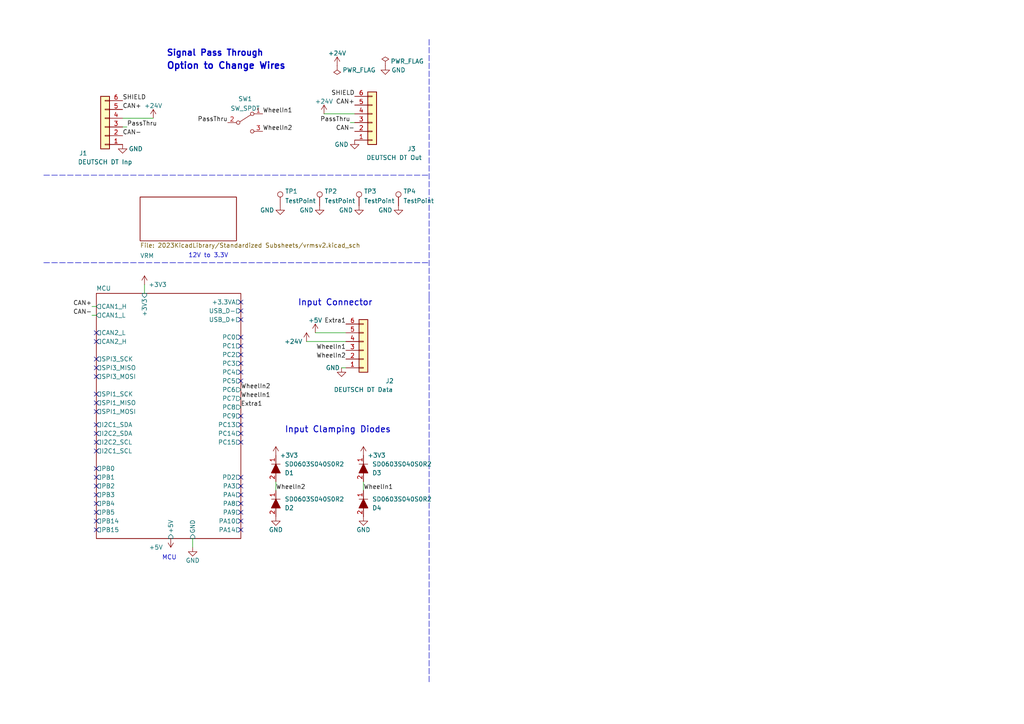
<source format=kicad_sch>
(kicad_sch (version 20211123) (generator eeschema)
  (paper "A4")
  (title_block (title "Wheelspeed Controller") (date "10/30/2022") (rev "X") (company "Longhorn Racing Electric"))
  (lib_symbols
    (symbol "Connector:TestPoint" (pin_numbers hide) (pin_names (offset 0.762) hide)
      (property "Reference" "TP" (at 0 6.858 0))
      (property "Value" "TestPoint" (at 0 5.08 0))
      (symbol "TestPoint_0_1"
        (circle (center 0 3.302) (radius 0.762))
      )
      (symbol "TestPoint_1_1"
        (pin passive line (at 0 0 90) (length 2.54) (name "1") (number "1"))
      )
    )
    (symbol "Connector_Generic:Conn_01x06" (pin_names (offset 1.016) hide)
      (property "Reference" "J" (at 0 7.62 0))
      (property "Value" "Conn_01x06" (at 0 -10.16 0))
      (symbol "Conn_01x06_1_1"
        (rectangle (start -1.27 -7.493) (end 0 -7.747) (stroke (width 0.1524)))
        (rectangle (start -1.27 -4.953) (end 0 -5.207) (stroke (width 0.1524)))
        (rectangle (start -1.27 -2.413) (end 0 -2.667) (stroke (width 0.1524)))
        (rectangle (start -1.27 0.127) (end 0 -0.127) (stroke (width 0.1524)))
        (rectangle (start -1.27 2.667) (end 0 2.413) (stroke (width 0.1524)))
        (rectangle (start -1.27 5.207) (end 0 4.953) (stroke (width 0.1524)))
        (rectangle (start -1.27 6.35) (end 1.27 -8.89) (stroke (width 0.254)) (fill (type background)))
        (pin passive line (at -5.08 5.08 0) (length 3.81) (name "Pin_1") (number "1"))
        (pin passive line (at -5.08 2.54 0) (length 3.81) (name "Pin_2") (number "2"))
        (pin passive line (at -5.08 0 0) (length 3.81) (name "Pin_3") (number "3"))
        (pin passive line (at -5.08 -2.54 0) (length 3.81) (name "Pin_4") (number "4"))
        (pin passive line (at -5.08 -5.08 0) (length 3.81) (name "Pin_5") (number "5"))
        (pin passive line (at -5.08 -7.62 0) (length 3.81) (name "Pin_6") (number "6"))
      )
    )
    (symbol "SamacSys_Parts:SS36-E3_57T" (pin_names (offset 0.762))
      (property "Reference" "D?" (at 3.302 -6.7115 90))
      (property "Value" "SS36-E3_57T" (at 3.302 -9.4866 90))
      (symbol "SS36-E3_57T_0_0"
        (pin passive line (at 2.54 0 0) (length 2.54) (name "~") (number "1"))
        (pin passive line (at 10.16 0 180) (length 2.54) (name "~") (number "2"))
      )
      (symbol "SS36-E3_57T_0_1"
        (polyline (pts (xy 5.08 1.27) (xy 5.08 -1.27)) (stroke (width 0.1524)))
        (polyline (pts (xy 5.08 0) (xy 7.62 1.27) (xy 7.62 -1.27) (xy 5.08 0)) (stroke (width 0.254)) (fill (type outline)))
      )
    )
    (symbol "Switch:SW_SPDT" (pin_names (offset 0) hide)
      (property "Reference" "SW" (at 0 4.318 0))
      (property "Value" "SW_SPDT" (at 0 -5.08 0))
      (symbol "SW_SPDT_0_0"
        (circle (center -2.032 0) (radius 0.508))
        (circle (center 2.032 -2.54) (radius 0.508))
      )
      (symbol "SW_SPDT_0_1"
        (polyline (pts (xy -1.524 0.254) (xy 1.651 2.286)))
        (circle (center 2.032 2.54) (radius 0.508))
      )
      (symbol "SW_SPDT_1_1"
        (pin passive line (at 5.08 2.54 180) (length 2.54) (name "A") (number "1"))
        (pin passive line (at -5.08 0 0) (length 2.54) (name "B") (number "2"))
        (pin passive line (at 5.08 -2.54 180) (length 2.54) (name "C") (number "3"))
      )
    )
    (symbol "power:+24V" (power) (pin_names (offset 0))
      (property "Value" "+24V" (at 0 3.556 0))
      (symbol "+24V_0_1"
        (polyline (pts (xy -0.762 1.27) (xy 0 2.54)))
        (polyline (pts (xy 0 0) (xy 0 2.54)))
        (polyline (pts (xy 0 2.54) (xy 0.762 1.27)))
      )
      (symbol "+24V_1_1"
        (pin power_in line (at 0 0 90) (length 0) hide (name "+24V") (number "1"))
      )
    )
    (symbol "power:+3.3V" (power) (pin_names (offset 0))
      (property "Value" "+3.3V" (at 0 3.556 0))
      (symbol "+3.3V_0_1"
        (polyline (pts (xy -0.762 1.27) (xy 0 2.54)))
        (polyline (pts (xy 0 0) (xy 0 2.54)))
        (polyline (pts (xy 0 2.54) (xy 0.762 1.27)))
      )
      (symbol "+3.3V_1_1"
        (pin power_in line (at 0 0 90) (length 0) hide (name "+3V3") (number "1"))
      )
    )
    (symbol "power:+5V" (power) (pin_names (offset 0))
      (property "Value" "+5V" (at 0 3.556 0))
      (symbol "+5V_0_1"
        (polyline (pts (xy -0.762 1.27) (xy 0 2.54)))
        (polyline (pts (xy 0 0) (xy 0 2.54)))
        (polyline (pts (xy 0 2.54) (xy 0.762 1.27)))
      )
      (symbol "+5V_1_1"
        (pin power_in line (at 0 0 90) (length 0) hide (name "+5V") (number "1"))
      )
    )
    (symbol "power:GND" (power) (pin_names (offset 0))
      (property "Value" "GND" (at 0 -3.81 0))
      (symbol "GND_0_1"
        (polyline (pts (xy 0 0) (xy 0 -1.27) (xy 1.27 -1.27) (xy 0 -2.54) (xy -1.27 -1.27) (xy 0 -1.27)))
      )
      (symbol "GND_1_1"
        (pin power_in line (at 0 0 270) (length 0) hide (name "GND") (number "1"))
      )
    )
    (symbol "power:PWR_FLAG" (power) (pin_numbers hide) (pin_names (offset 0) hide)
      (property "Value" "PWR_FLAG" (at 0 3.81 0))
      (symbol "PWR_FLAG_0_0"
        (pin power_out line (at 0 0 90) (length 0) (name "pwr") (number "1"))
      )
      (symbol "PWR_FLAG_0_1"
        (polyline (pts (xy 0 0) (xy 0 1.27) (xy -1.016 1.905) (xy 0 2.54) (xy 1.016 1.905) (xy 0 1.27)))
      )
    )
  )
  (no_connect (at 69.85 87.63))
  (no_connect (at 69.85 92.71))
  (no_connect (at 69.85 90.17))
  (no_connect (at 69.85 138.43))
  (no_connect (at 69.85 140.97))
  (no_connect (at 27.94 143.51))
  (no_connect (at 27.94 138.43))
  (no_connect (at 27.94 109.22))
  (no_connect (at 27.94 99.06))
  (no_connect (at 27.94 106.68))
  (no_connect (at 69.85 143.51))
  (no_connect (at 27.94 119.38))
  (no_connect (at 27.94 116.84))
  (no_connect (at 27.94 135.89))
  (no_connect (at 27.94 96.52))
  (no_connect (at 27.94 130.81))
  (no_connect (at 27.94 123.19))
  (no_connect (at 27.94 128.27))
  (no_connect (at 27.94 125.73))
  (no_connect (at 27.94 151.13))
  (no_connect (at 27.94 146.05))
  (no_connect (at 27.94 148.59))
  (no_connect (at 27.94 140.97))
  (no_connect (at 27.94 153.67))
  (no_connect (at 27.94 104.14))
  (no_connect (at 27.94 114.3))
  (no_connect (at 69.85 146.05))
  (no_connect (at 69.85 105.41))
  (no_connect (at 69.85 110.49))
  (no_connect (at 69.85 107.95))
  (no_connect (at 69.85 97.79))
  (no_connect (at 69.85 100.33))
  (no_connect (at 69.85 102.87))
  (no_connect (at 69.85 120.65))
  (no_connect (at 69.85 123.19))
  (no_connect (at 69.85 125.73))
  (no_connect (at 69.85 128.27))
  (no_connect (at 69.85 148.59))
  (no_connect (at 69.85 151.13))
  (no_connect (at 69.85 153.67))
  (wire (pts (xy 26.67 91.44) (xy 27.94 91.44)))
  (wire (pts (xy 55.88 158.75) (xy 55.88 156.21)))
  (wire (pts (xy 105.41 142.24) (xy 105.41 139.7)))
  (wire (pts (xy 99.06 106.68) (xy 100.33 106.68)))
  (polyline (pts (xy 124.46 11.43) (xy 124.46 86.36)))
  (wire (pts (xy 88.9 99.06) (xy 100.33 99.06)))
  (wire (pts (xy 93.98 33.02) (xy 102.87 33.02)))
  (wire (pts (xy 27.94 88.9) (xy 26.67 88.9)))
  (wire (pts (xy 36.83 36.83) (xy 35.56 36.83)))
  (wire (pts (xy 101.6 35.56) (xy 102.87 35.56)))
  (polyline (pts (xy 12.7 76.2) (xy 124.46 76.2)))
  (polyline (pts (xy 124.46 86.36) (xy 124.46 198.12)))
  (polyline (pts (xy 12.7 50.8) (xy 124.46 50.8)))
  (wire (pts (xy 41.91 82.55) (xy 41.91 85.09)))
  (wire (pts (xy 44.45 34.29) (xy 35.56 34.29)))
  (wire (pts (xy 91.44 96.52) (xy 100.33 96.52)))
  (wire (pts (xy 80.01 142.24) (xy 80.01 139.7)))
  (text "Signal Pass Through" (at 48.26 16.51 0) (effects (font (size 1.778 1.778) (thickness 0.3556) bold) (justify left bottom)))
  (text "Input Clamping Diodes" (at 82.55 125.73 0) (effects (font (size 1.778 1.778) (thickness 0.254) bold) (justify left bottom)))
  (text "MCU" (at 46.99 162.56 0) (effects (font (size 1.27 1.27)) (justify left bottom)))
  (text "Option to Change Wires" (at 48.26 20.32 0) (effects (font (size 1.905 1.905) (thickness 0.381) bold) (justify left bottom)))
  (text "Input Connector" (at 86.36 88.9 0) (effects (font (size 1.778 1.778) (thickness 0.254) bold) (justify left bottom)))
  (text "12V to 3.3V" (at 54.61 74.93 0) (effects (font (size 1.27 1.27)) (justify left bottom)))
  (label "WheelIn2" (at 100.33 104.14 180))
  (label "SHIELD" (at 102.87 27.94 180))
  (label "SHIELD" (at 35.56 29.21 0))
  (label "CAN+" (at 35.56 31.75 0))
  (label "CAN+" (at 26.67 88.9 180))
  (label "PassThru" (at 101.6 35.56 180))
  (label "Extra1" (at 100.33 93.98 180))
  (label "WheelIn1" (at 100.33 101.6 180))
  (label "WheelIn1" (at 69.85 115.57 0))
  (label "PassThru" (at 66.04 35.56 180))
  (label "CAN+" (at 102.87 30.48 180))
  (label "CAN-" (at 26.67 91.44 180))
  (label "PassThru" (at 36.83 36.83 0))
  (label "Extra1" (at 69.85 118.11 0))
  (label "WheelIn2" (at 69.85 113.03 0))
  (label "WheelIn1" (at 105.41 142.24 0))
  (label "WheelIn1" (at 76.2 33.02 0))
  (label "WheelIn2" (at 80.01 142.24 0))
  (label "CAN-" (at 102.87 38.1 180))
  (label "WheelIn2" (at 76.2 38.1 0))
  (label "CAN-" (at 35.56 39.37 0))
  (symbol (lib_id "SamacSys_Parts:SS36-E3_57T") (at 105.41 129.54 270) (unit 1)
    (property "Reference" "D3" (at 107.95 137.16 90) (effects (justify left)))
    (property "Value" "SD0603S040S0R2" (at 107.95 134.62 90) (effects (justify left)))
    (property "Footprint" "SamacSys_Parts:SD0603" (effects hide))
    (property "Datasheet" "https://www.mouser.com/datasheet/2/40/schottky-776407.pdf" (effects hide))
    (property "Description" "SS36-E3/57T, Schottky Diode,  3A max, 60V, 2-Pin, SMC" (effects hide))
    (property "Height" "2.62" (effects hide))
    (property "Mouser Part Number" "625-SS36-E3" (effects hide))
    (property "Mouser Price/Stock" "https://www.mouser.co.uk/ProductDetail/Vishay-General-Semiconductor/SS36-E3-57T?qs=x2jpVgRnAtNdHfPfldPWaQ%3D%3D" (effects hide))
    (property "Manufacturer_Name" "Vishay" (effects hide))
    (property "Manufacturer_Part_Number" "SS36-E3/57T" (effects hide))
  )
  (symbol (lib_id "power:+3.3V") (at 105.41 132.08 0) (unit 1)
    (property "Reference" "#PWR017" (effects hide))
    (property "Value" "+3.3V" (at 109.22 132.08 0))
  )
  (symbol (lib_id "power:GND") (at 115.57 59.69 0) (mirror y) (unit 1)
    (property "Reference" "#PWR020" (effects hide))
    (property "Value" "GND" (at 111.76 60.96 0))
  )
  (symbol (lib_id "power:+3.3V") (at 41.91 82.55 0) (unit 1)
    (property "Reference" "#PWR02" (effects hide))
    (property "Value" "+3.3V" (at 45.72 82.55 0))
  )
  (symbol (lib_id "power:GND") (at 102.87 40.64 0) (mirror y) (unit 1)
    (property "Reference" "#PWR015" (effects hide))
    (property "Value" "GND" (at 99.06 41.91 0))
  )
  (symbol (lib_id "power:+24V") (at 88.9 99.06 0) (mirror y) (unit 1)
    (property "Reference" "#PWR09" (effects hide))
    (property "Value" "+24V" (at 85.09 99.06 0))
  )
  (symbol (lib_id "power:+24V") (at 93.98 33.02 0) (mirror y) (unit 1)
    (property "Reference" "#PWR012" (effects hide))
    (property "Value" "+24V" (at 93.98 29.4155 0))
  )
  (symbol (lib_id "Connector:TestPoint") (at 92.71 59.69 0) (unit 1)
    (property "Reference" "TP2" (at 94.107 55.4795 0) (effects (justify left)))
    (property "Value" "TestPoint" (at 94.107 58.2546 0) (effects (justify left)))
    (property "Footprint" "TestPoint:TestPoint_Plated_Hole_D3.0mm" (effects hide))
  )
  (symbol (lib_id "power:PWR_FLAG") (at 97.79 19.05 180) (unit 1)
    (property "Reference" "#FLG01" (effects hide))
    (property "Value" "PWR_FLAG" (at 104.14 20.32 0))
  )
  (symbol (lib_id "power:+24V") (at 97.79 19.05 0) (unit 1)
    (property "Reference" "#PWR013" (effects hide))
    (property "Value" "+24V" (at 97.79 15.4455 0))
  )
  (symbol (lib_id "Connector_Generic:Conn_01x06") (at 107.95 35.56 0) (mirror x) (unit 1)
    (property "Reference" "J3" (at 119.38 43.18 0))
    (property "Value" "DEUTSCH DT Out" (at 114.3 45.72 0))
    (property "Footprint" "Connector_Molex:Molex_Micro-Fit_3.0_43045-0600_2x03_P3.00mm_Horizontal" (effects hide))
    (property "Datasheet" "https://www.te.com/usa-en/product-CAT-D487-H342.datasheet.pdf" (effects hide))
  )
  (symbol (lib_id "power:GND") (at 111.76 19.05 0) (unit 1)
    (property "Reference" "#PWR019" (effects hide))
    (property "Value" "GND" (at 115.57 20.32 0))
  )
  (symbol (lib_id "Connector_Generic:Conn_01x06") (at 30.48 36.83 180) (unit 1)
    (property "Reference" "J1" (at 24.13 44.45 0))
    (property "Value" "DEUTSCH DT Inp" (at 30.48 46.99 0))
    (property "Footprint" "Connector_Molex:Molex_Micro-Fit_3.0_43045-0600_2x03_P3.00mm_Horizontal" (effects hide))
    (property "Datasheet" "https://www.te.com/usa-en/product-CAT-D487-H342.datasheet.pdf" (effects hide))
  )
  (symbol (lib_id "SamacSys_Parts:SS36-E3_57T") (at 80.01 139.7 270) (unit 1)
    (property "Reference" "D2" (at 82.55 147.32 90) (effects (justify left)))
    (property "Value" "SD0603S040S0R2" (at 82.55 144.78 90) (effects (justify left)))
    (property "Footprint" "SamacSys_Parts:SD0603" (effects hide))
    (property "Datasheet" "https://www.mouser.com/datasheet/2/40/schottky-776407.pdf" (effects hide))
    (property "Description" "SS36-E3/57T, Schottky Diode,  3A max, 60V, 2-Pin, SMC" (effects hide))
    (property "Height" "2.62" (effects hide))
    (property "Mouser Part Number" "625-SS36-E3" (effects hide))
    (property "Mouser Price/Stock" "https://www.mouser.co.uk/ProductDetail/Vishay-General-Semiconductor/SS36-E3-57T?qs=x2jpVgRnAtNdHfPfldPWaQ%3D%3D" (effects hide))
    (property "Manufacturer_Name" "Vishay" (effects hide))
    (property "Manufacturer_Part_Number" "SS36-E3/57T" (effects hide))
  )
  (symbol (lib_id "Connector_Generic:Conn_01x06") (at 105.41 101.6 0) (mirror x) (unit 1)
    (property "Reference" "J2" (at 113.03 110.49 0))
    (property "Value" "DEUTSCH DT Data" (at 105.41 113.03 0))
    (property "Footprint" "Connector_Molex:Molex_Micro-Fit_3.0_43045-0600_2x03_P3.00mm_Horizontal" (effects hide))
    (property "Datasheet" "https://www.te.com/usa-en/product-CAT-D487-H342.datasheet.pdf" (effects hide))
  )
  (symbol (lib_id "Switch:SW_SPDT") (at 71.12 35.56 0) (unit 1)
    (property "Reference" "SW1" (at 71.12 28.6725 0))
    (property "Value" "SW_SPDT" (at 71.12 31.4476 0))
    (property "Footprint" "SamacSys_Parts:CAS120A1" (effects hide))
  )
  (symbol (lib_id "power:GND") (at 55.88 158.75 0) (unit 1)
    (property "Reference" "#PWR05" (effects hide))
    (property "Value" "GND" (at 55.88 162.56 0))
  )
  (symbol (lib_id "power:+5V") (at 91.44 96.52 0) (mirror y) (unit 1)
    (property "Reference" "#PWR010" (effects hide))
    (property "Value" "+5V" (at 91.44 92.9155 0))
  )
  (symbol (lib_id "power:+3.3V") (at 80.01 132.08 0) (unit 1)
    (property "Reference" "#PWR06" (effects hide))
    (property "Value" "+3.3V" (at 83.82 132.08 0))
  )
  (symbol (lib_id "power:GND") (at 81.28 59.69 0) (mirror y) (unit 1)
    (property "Reference" "#PWR08" (effects hide))
    (property "Value" "GND" (at 77.47 60.96 0))
  )
  (symbol (lib_id "power:GND") (at 92.71 59.69 0) (mirror y) (unit 1)
    (property "Reference" "#PWR011" (effects hide))
    (property "Value" "GND" (at 88.9 60.96 0))
  )
  (symbol (lib_id "power:GND") (at 104.14 59.69 0) (mirror y) (unit 1)
    (property "Reference" "#PWR016" (effects hide))
    (property "Value" "GND" (at 100.33 60.96 0))
  )
  (symbol (lib_id "power:+24V") (at 44.45 34.29 0) (unit 1)
    (property "Reference" "#PWR03" (effects hide))
    (property "Value" "+24V" (at 44.45 30.6855 0))
  )
  (symbol (lib_id "SamacSys_Parts:SS36-E3_57T") (at 105.41 139.7 270) (unit 1)
    (property "Reference" "D4" (at 107.95 147.32 90) (effects (justify left)))
    (property "Value" "SD0603S040S0R2" (at 107.95 144.78 90) (effects (justify left)))
    (property "Footprint" "SamacSys_Parts:SD0603" (effects hide))
    (property "Datasheet" "https://www.mouser.com/datasheet/2/40/schottky-776407.pdf" (effects hide))
    (property "Description" "SS36-E3/57T, Schottky Diode,  3A max, 60V, 2-Pin, SMC" (effects hide))
    (property "Height" "2.62" (effects hide))
    (property "Mouser Part Number" "625-SS36-E3" (effects hide))
    (property "Mouser Price/Stock" "https://www.mouser.co.uk/ProductDetail/Vishay-General-Semiconductor/SS36-E3-57T?qs=x2jpVgRnAtNdHfPfldPWaQ%3D%3D" (effects hide))
    (property "Manufacturer_Name" "Vishay" (effects hide))
    (property "Manufacturer_Part_Number" "SS36-E3/57T" (effects hide))
  )
  (symbol (lib_id "Connector:TestPoint") (at 104.14 59.69 0) (unit 1)
    (property "Reference" "TP3" (at 105.537 55.4795 0) (effects (justify left)))
    (property "Value" "TestPoint" (at 105.537 58.2546 0) (effects (justify left)))
    (property "Footprint" "TestPoint:TestPoint_Plated_Hole_D3.0mm" (effects hide))
  )
  (symbol (lib_id "Connector:TestPoint") (at 81.28 59.69 0) (unit 1)
    (property "Reference" "TP1" (at 82.677 55.4795 0) (effects (justify left)))
    (property "Value" "TestPoint" (at 82.677 58.2546 0) (effects (justify left)))
    (property "Footprint" "TestPoint:TestPoint_Plated_Hole_D3.0mm" (effects hide))
  )
  (symbol (lib_id "power:GND") (at 105.41 149.86 0) (unit 1)
    (property "Reference" "#PWR018" (effects hide))
    (property "Value" "GND" (at 105.41 153.67 0))
  )
  (symbol (lib_id "power:+5V") (at 49.53 156.21 180) (unit 1)
    (property "Reference" "#PWR04" (effects hide))
    (property "Value" "+5V" (at 43.18 158.75 0) (effects (justify right)))
  )
  (symbol (lib_id "power:PWR_FLAG") (at 111.76 19.05 0) (unit 1)
    (property "Reference" "#FLG02" (effects hide))
    (property "Value" "PWR_FLAG" (at 118.11 17.78 0))
  )
  (symbol (lib_id "power:GND") (at 35.56 41.91 0) (unit 1)
    (property "Reference" "#PWR01" (effects hide))
    (property "Value" "GND" (at 39.37 43.18 0))
  )
  (symbol (lib_id "power:GND") (at 80.01 149.86 0) (unit 1)
    (property "Reference" "#PWR07" (effects hide))
    (property "Value" "GND" (at 80.01 153.67 0))
  )
  (symbol (lib_id "power:GND") (at 99.06 106.68 0) (mirror y) (unit 1)
    (property "Reference" "#PWR014" (effects hide))
    (property "Value" "GND" (at 96.52 106.68 0))
  )
  (symbol (lib_id "SamacSys_Parts:SS36-E3_57T") (at 80.01 129.54 270) (unit 1)
    (property "Reference" "D1" (at 82.55 137.16 90) (effects (justify left)))
    (property "Value" "SD0603S040S0R2" (at 82.55 134.62 90) (effects (justify left)))
    (property "Footprint" "SamacSys_Parts:SD0603" (effects hide))
    (property "Datasheet" "https://www.mouser.com/datasheet/2/40/schottky-776407.pdf" (effects hide))
    (property "Description" "SS36-E3/57T, Schottky Diode,  3A max, 60V, 2-Pin, SMC" (effects hide))
    (property "Height" "2.62" (effects hide))
    (property "Mouser Part Number" "625-SS36-E3" (effects hide))
    (property "Mouser Price/Stock" "https://www.mouser.co.uk/ProductDetail/Vishay-General-Semiconductor/SS36-E3-57T?qs=x2jpVgRnAtNdHfPfldPWaQ%3D%3D" (effects hide))
    (property "Manufacturer_Name" "Vishay" (effects hide))
    (property "Manufacturer_Part_Number" "SS36-E3/57T" (effects hide))
  )
  (symbol (lib_id "Connector:TestPoint") (at 115.57 59.69 0) (unit 1)
    (property "Reference" "TP4" (at 116.967 55.4795 0) (effects (justify left)))
    (property "Value" "TestPoint" (at 116.967 58.2546 0) (effects (justify left)))
    (property "Footprint" "TestPoint:TestPoint_Plated_Hole_D3.0mm" (effects hide))
  )
  (sheet (at 40.64 57.15) (size 27.94 12.7) (stroke (width 0.1524))
    (property "Sheet name" "VRM" (at 40.64 74.93 0) (effects (justify left bottom)))
    (property "Sheet file" "2023KicadLibrary\\Standardized Subsheets\\vrmsv2.kicad_sch" (at 40.64 70.4346 0) (effects (justify left top)))
  )
  (sheet (at 27.94 85.09) (size 41.91 71.12) (stroke (width 0.1524))
    (property "Sheet name" "MCU" (at 27.94 84.3784 0) (effects (justify left bottom)))
    (property "Sheet file" "2023KicadLibrary\\Standardized Subsheets\\microcontroller.kicad_sch" (effects hide))
    (pin "GND" input (at 55.88 156.21 270))
    (pin "I2C1_SDA" output (at 27.94 123.19 180))
    (pin "I2C2_SDA" output (at 27.94 125.73 180))
    (pin "I2C2_SCL" output (at 27.94 128.27 180))
    (pin "I2C1_SCL" output (at 27.94 130.81 180))
    (pin "+3.3VA" output (at 69.85 87.63 0))
    (pin "USB_D-" output (at 69.85 90.17 0))
    (pin "USB_D+" output (at 69.85 92.71 0))
    (pin "SPI1_MOSI" output (at 27.94 119.38 180))
    (pin "PD2" output (at 69.85 138.43 0))
    (pin "PC6" output (at 69.85 113.03 0))
    (pin "PC7" output (at 69.85 115.57 0))
    (pin "PC0" output (at 69.85 97.79 0))
    (pin "PC5" output (at 69.85 110.49 0))
    (pin "PC2" output (at 69.85 102.87 0))
    (pin "PC3" output (at 69.85 105.41 0))
    (pin "PC4" output (at 69.85 107.95 0))
    (pin "PC1" output (at 69.85 100.33 0))
    (pin "SPI3_SCK" output (at 27.94 104.14 180))
    (pin "SPI3_MISO" output (at 27.94 106.68 180))
    (pin "PC9" output (at 69.85 120.65 0))
    (pin "PC15" output (at 69.85 128.27 0))
    (pin "PC8" output (at 69.85 118.11 0))
    (pin "PC13" output (at 69.85 123.19 0))
    (pin "PC14" output (at 69.85 125.73 0))
    (pin "SPI3_MOSI" output (at 27.94 109.22 180))
    (pin "CAN1_H" output (at 27.94 88.9 180))
    (pin "CAN1_L" output (at 27.94 91.44 180))
    (pin "CAN2_L" output (at 27.94 96.52 180))
    (pin "CAN2_H" output (at 27.94 99.06 180))
    (pin "PB5" output (at 27.94 148.59 180))
    (pin "PB15" output (at 27.94 153.67 180))
    (pin "PB14" output (at 27.94 151.13 180))
    (pin "PB2" output (at 27.94 140.97 180))
    (pin "PB4" output (at 27.94 146.05 180))
    (pin "PB1" output (at 27.94 138.43 180))
    (pin "PB3" output (at 27.94 143.51 180))
    (pin "PB0" output (at 27.94 135.89 180))
    (pin "PA14" output (at 69.85 153.67 0))
    (pin "PA10" output (at 69.85 151.13 0))
    (pin "SPI1_SCK" output (at 27.94 114.3 180))
    (pin "PA8" output (at 69.85 146.05 0))
    (pin "SPI1_MISO" output (at 27.94 116.84 180))
    (pin "PA4" output (at 69.85 143.51 0))
    (pin "PA9" output (at 69.85 148.59 0))
    (pin "PA3" output (at 69.85 140.97 0))
    (pin "+3V3" input (at 41.91 85.09 90))
    (pin "+5V" input (at 49.53 156.21 270))
  )
)
</source>
